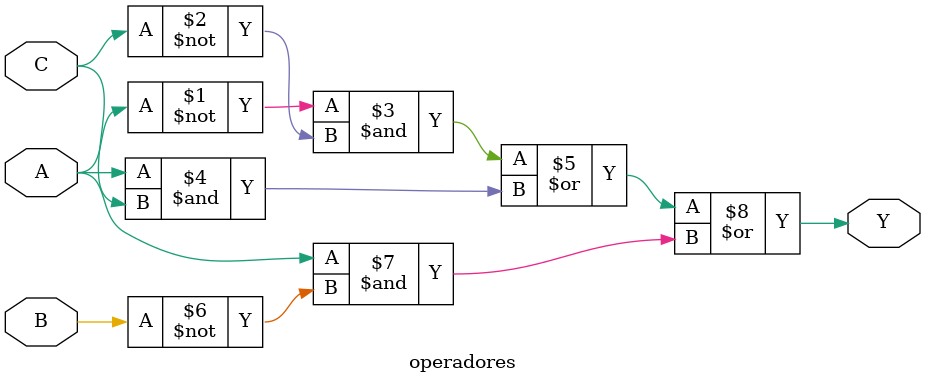
<source format=v>
module gateLevel(input wire A,B,C, output wire Y);
	
	wire w1, w2, w3, w4, w5, w6;
	
	not (w1, A);
	not (w2, B);
	not (w3, C);
	and (w4, w1, w3);
	and (w5, A, C);
	and (w6, A, w2);
	or (Y, w4, w5, w6);
	


endmodule

module operadores (input wire A, B, C, output wire Y);

	assign Y=(~A&~C) | (A&C) | (A&~B);
	
endmodule
</source>
